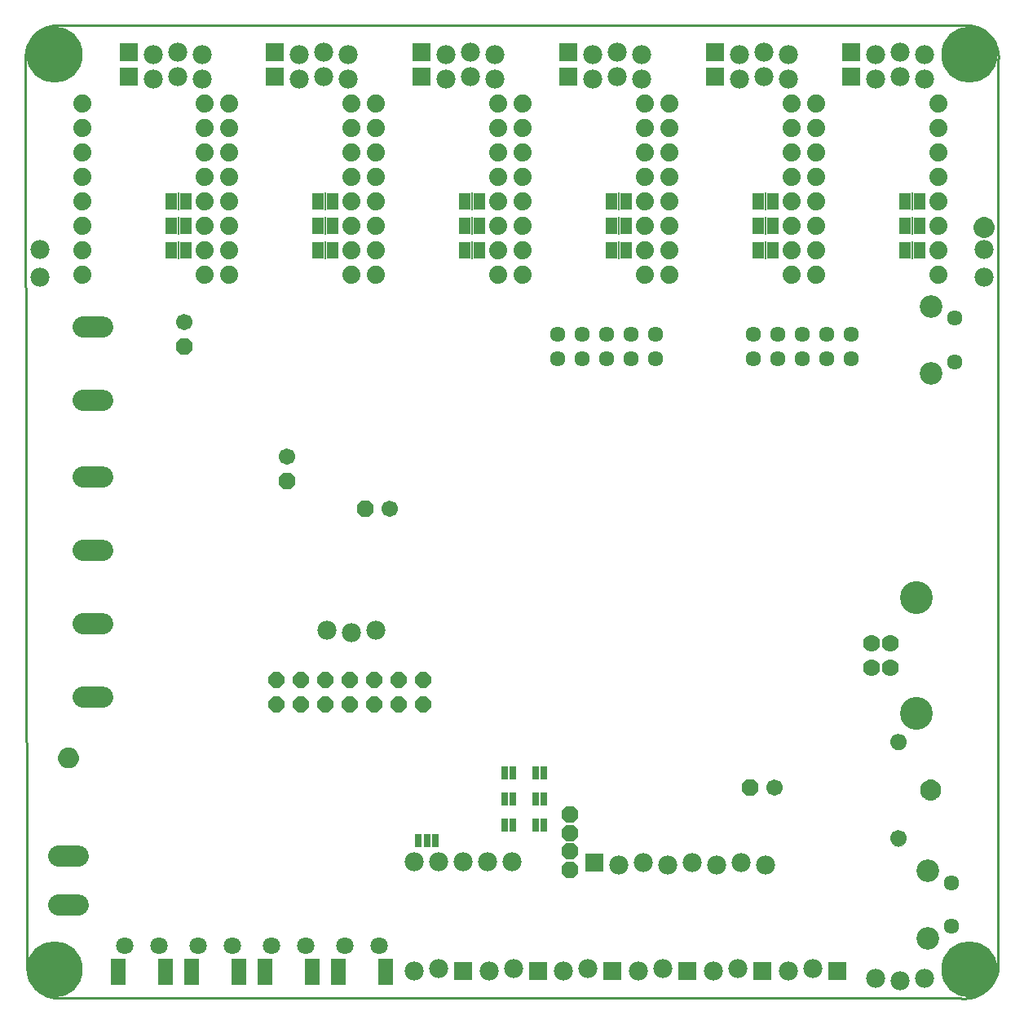
<source format=gbs>
G75*
G70*
%OFA0B0*%
%FSLAX24Y24*%
%IPPOS*%
%LPD*%
%AMOC8*
5,1,8,0,0,1.08239X$1,22.5*
%
%ADD10C,0.0100*%
%ADD11C,0.0700*%
%ADD12C,0.1340*%
%ADD13R,0.0290X0.0540*%
%ADD14OC8,0.0670*%
%ADD15C,0.0670*%
%ADD16C,0.0634*%
%ADD17C,0.0926*%
%ADD18C,0.0780*%
%ADD19C,0.0000*%
%ADD20C,0.0670*%
%ADD21R,0.0780X0.0780*%
%ADD22C,0.0740*%
%ADD23R,0.0500X0.0670*%
%ADD24R,0.0060X0.0720*%
%ADD25C,0.0865*%
%ADD26C,0.0709*%
%ADD27R,0.0611X0.1064*%
%ADD28OC8,0.0640*%
%ADD29C,0.0050*%
%ADD30C,0.2290*%
D10*
X002393Y001821D02*
X002330Y038999D01*
X002331Y038998D02*
X002328Y039067D01*
X002329Y039135D01*
X002334Y039203D01*
X002343Y039271D01*
X002355Y039339D01*
X002371Y039405D01*
X002390Y039471D01*
X002413Y039535D01*
X002440Y039599D01*
X002470Y039660D01*
X002503Y039720D01*
X002539Y039778D01*
X002578Y039834D01*
X002621Y039888D01*
X002666Y039939D01*
X002714Y039988D01*
X002764Y040034D01*
X002817Y040078D01*
X002873Y040118D01*
X002930Y040156D01*
X002989Y040190D01*
X003050Y040221D01*
X003113Y040249D01*
X003177Y040273D01*
X003242Y040294D01*
X003308Y040311D01*
X003375Y040324D01*
X003443Y040334D01*
X003511Y040340D01*
X003511Y040341D02*
X040913Y040341D01*
X040983Y040333D01*
X041052Y040321D01*
X041121Y040306D01*
X041188Y040287D01*
X041255Y040264D01*
X041320Y040238D01*
X041384Y040208D01*
X041446Y040175D01*
X041506Y040138D01*
X041564Y040098D01*
X041619Y040056D01*
X041673Y040010D01*
X041724Y039961D01*
X041772Y039910D01*
X041817Y039856D01*
X041859Y039800D01*
X041898Y039741D01*
X041934Y039681D01*
X041967Y039619D01*
X041996Y039555D01*
X042022Y039489D01*
X042044Y039423D01*
X042062Y039355D01*
X042077Y039286D01*
X042088Y039217D01*
X042095Y039147D01*
X042099Y039077D01*
X042098Y039006D01*
X042094Y038936D01*
X042094Y001759D01*
X042095Y001759D02*
X042081Y001685D01*
X042063Y001613D01*
X042042Y001541D01*
X042016Y001471D01*
X041988Y001402D01*
X041955Y001334D01*
X041919Y001269D01*
X041880Y001205D01*
X041837Y001144D01*
X041792Y001085D01*
X041743Y001028D01*
X041691Y000974D01*
X041637Y000923D01*
X041580Y000874D01*
X041520Y000829D01*
X041459Y000787D01*
X041395Y000748D01*
X041329Y000712D01*
X041261Y000680D01*
X041192Y000652D01*
X041122Y000627D01*
X041050Y000606D01*
X040977Y000589D01*
X040904Y000576D01*
X040829Y000566D01*
X040755Y000561D01*
X040680Y000559D01*
X040605Y000561D01*
X040531Y000567D01*
X040457Y000577D01*
X040456Y000578D02*
X003699Y000578D01*
X003698Y000577D02*
X003629Y000578D01*
X003560Y000581D01*
X003492Y000589D01*
X003424Y000600D01*
X003356Y000615D01*
X003290Y000634D01*
X003224Y000656D01*
X003160Y000682D01*
X003098Y000711D01*
X003037Y000744D01*
X002978Y000779D01*
X002921Y000818D01*
X002866Y000860D01*
X002813Y000905D01*
X002763Y000953D01*
X002716Y001003D01*
X002671Y001056D01*
X002630Y001111D01*
X002591Y001168D01*
X002555Y001227D01*
X002523Y001288D01*
X002494Y001351D01*
X002469Y001415D01*
X002447Y001481D01*
X002429Y001547D01*
X002414Y001615D01*
X002403Y001683D01*
X002396Y001752D01*
X002392Y001821D01*
D11*
X036913Y014079D03*
X037693Y014079D03*
X037693Y015063D03*
X036913Y015063D03*
D12*
X038763Y016941D03*
X038763Y012201D03*
D13*
X023508Y009776D03*
X023184Y009776D03*
X022248Y009776D03*
X021924Y009776D03*
X021924Y008713D03*
X022248Y008713D03*
X023184Y008713D03*
X023508Y008713D03*
X023508Y007650D03*
X023184Y007650D03*
X022248Y007650D03*
X021924Y007650D03*
X019093Y006997D03*
X018743Y006997D03*
X018393Y006997D03*
D14*
X024580Y007328D03*
X024580Y006578D03*
X024580Y005828D03*
X024580Y008078D03*
X031950Y009165D03*
X016205Y020595D03*
X013026Y021727D03*
X008798Y027223D03*
D15*
X008798Y028223D03*
X013026Y022727D03*
X017205Y020595D03*
X032950Y009165D03*
D16*
X040197Y005286D03*
X040197Y003514D03*
X040322Y026593D03*
X040322Y028364D03*
X036080Y027703D03*
X035080Y027703D03*
X035080Y026703D03*
X036080Y026703D03*
X034080Y026703D03*
X034080Y027703D03*
X033080Y027703D03*
X032080Y027703D03*
X032080Y026703D03*
X033080Y026703D03*
X028080Y026703D03*
X028080Y027703D03*
X027080Y027703D03*
X027080Y026703D03*
X026080Y026703D03*
X026080Y027703D03*
X025080Y027703D03*
X024080Y027703D03*
X024080Y026703D03*
X025080Y026703D03*
D17*
X039338Y026101D03*
X039338Y028857D03*
X039213Y005778D03*
X039213Y003022D03*
D18*
X039080Y001378D03*
X038080Y001278D03*
X037080Y001378D03*
X034517Y001784D03*
X033517Y001684D03*
X031454Y001784D03*
X030454Y001684D03*
X028393Y001784D03*
X027393Y001684D03*
X025329Y001784D03*
X024329Y001684D03*
X022267Y001784D03*
X021267Y001684D03*
X019204Y001784D03*
X018204Y001684D03*
X018208Y006150D03*
X019208Y006150D03*
X020208Y006150D03*
X021208Y006150D03*
X022208Y006150D03*
X026580Y006028D03*
X027580Y006128D03*
X028580Y006028D03*
X029580Y006128D03*
X030580Y006028D03*
X031580Y006128D03*
X032580Y006028D03*
X016643Y015628D03*
X015643Y015528D03*
X014643Y015628D03*
X002924Y030039D03*
X002924Y031179D03*
X007536Y038153D03*
X007536Y039153D03*
X008536Y039253D03*
X009536Y039153D03*
X009536Y038153D03*
X008536Y038253D03*
X013518Y038153D03*
X014518Y038253D03*
X015518Y038153D03*
X015518Y039153D03*
X014518Y039253D03*
X013518Y039153D03*
X019518Y039153D03*
X019518Y038153D03*
X020518Y038253D03*
X021518Y038153D03*
X021518Y039153D03*
X020518Y039253D03*
X025518Y039153D03*
X026518Y039253D03*
X027518Y039153D03*
X027518Y038153D03*
X026518Y038253D03*
X025518Y038153D03*
X031518Y038153D03*
X032518Y038253D03*
X033518Y038153D03*
X033518Y039153D03*
X032518Y039253D03*
X031518Y039153D03*
X037080Y039153D03*
X038080Y039253D03*
X038080Y038253D03*
X037080Y038153D03*
X039080Y038153D03*
X039080Y039153D03*
X041518Y031179D03*
X041518Y030039D03*
D19*
X037684Y011046D02*
X037686Y011081D01*
X037692Y011116D01*
X037702Y011150D01*
X037715Y011183D01*
X037732Y011214D01*
X037753Y011242D01*
X037776Y011269D01*
X037803Y011292D01*
X037831Y011313D01*
X037862Y011330D01*
X037895Y011343D01*
X037929Y011353D01*
X037964Y011359D01*
X037999Y011361D01*
X038034Y011359D01*
X038069Y011353D01*
X038103Y011343D01*
X038136Y011330D01*
X038167Y011313D01*
X038195Y011292D01*
X038222Y011269D01*
X038245Y011242D01*
X038266Y011214D01*
X038283Y011183D01*
X038296Y011150D01*
X038306Y011116D01*
X038312Y011081D01*
X038314Y011046D01*
X038312Y011011D01*
X038306Y010976D01*
X038296Y010942D01*
X038283Y010909D01*
X038266Y010878D01*
X038245Y010850D01*
X038222Y010823D01*
X038195Y010800D01*
X038167Y010779D01*
X038136Y010762D01*
X038103Y010749D01*
X038069Y010739D01*
X038034Y010733D01*
X037999Y010731D01*
X037964Y010733D01*
X037929Y010739D01*
X037895Y010749D01*
X037862Y010762D01*
X037831Y010779D01*
X037803Y010800D01*
X037776Y010823D01*
X037753Y010850D01*
X037732Y010878D01*
X037715Y010909D01*
X037702Y010942D01*
X037692Y010976D01*
X037686Y011011D01*
X037684Y011046D01*
X037684Y007109D02*
X037686Y007144D01*
X037692Y007179D01*
X037702Y007213D01*
X037715Y007246D01*
X037732Y007277D01*
X037753Y007305D01*
X037776Y007332D01*
X037803Y007355D01*
X037831Y007376D01*
X037862Y007393D01*
X037895Y007406D01*
X037929Y007416D01*
X037964Y007422D01*
X037999Y007424D01*
X038034Y007422D01*
X038069Y007416D01*
X038103Y007406D01*
X038136Y007393D01*
X038167Y007376D01*
X038195Y007355D01*
X038222Y007332D01*
X038245Y007305D01*
X038266Y007277D01*
X038283Y007246D01*
X038296Y007213D01*
X038306Y007179D01*
X038312Y007144D01*
X038314Y007109D01*
X038312Y007074D01*
X038306Y007039D01*
X038296Y007005D01*
X038283Y006972D01*
X038266Y006941D01*
X038245Y006913D01*
X038222Y006886D01*
X038195Y006863D01*
X038167Y006842D01*
X038136Y006825D01*
X038103Y006812D01*
X038069Y006802D01*
X038034Y006796D01*
X037999Y006794D01*
X037964Y006796D01*
X037929Y006802D01*
X037895Y006812D01*
X037862Y006825D01*
X037831Y006842D01*
X037803Y006863D01*
X037776Y006886D01*
X037753Y006913D01*
X037732Y006941D01*
X037715Y006972D01*
X037702Y007005D01*
X037692Y007039D01*
X037686Y007074D01*
X037684Y007109D01*
D20*
X037999Y007109D03*
X037999Y011046D03*
D21*
X035517Y001684D03*
X032454Y001684D03*
X029393Y001684D03*
X026329Y001684D03*
X023267Y001684D03*
X020204Y001684D03*
X025580Y006128D03*
X024518Y038253D03*
X024518Y039253D03*
X030518Y039253D03*
X030518Y038253D03*
X036080Y038253D03*
X036080Y039253D03*
X018518Y039253D03*
X018518Y038253D03*
X012518Y038253D03*
X012518Y039253D03*
X006536Y039253D03*
X006536Y038253D03*
D22*
X004661Y037159D03*
X004661Y036159D03*
X004661Y035159D03*
X004661Y034159D03*
X004661Y033159D03*
X004661Y032159D03*
X004661Y031159D03*
X004661Y030159D03*
X009661Y030159D03*
X009661Y031159D03*
X009661Y032159D03*
X010658Y032159D03*
X010658Y031159D03*
X010658Y030159D03*
X010658Y033159D03*
X010658Y034159D03*
X009661Y034159D03*
X009661Y033159D03*
X009661Y035159D03*
X009661Y036159D03*
X010658Y036159D03*
X010658Y035159D03*
X010658Y037159D03*
X009661Y037159D03*
X015658Y037159D03*
X016658Y037159D03*
X016658Y036159D03*
X015658Y036159D03*
X015658Y035159D03*
X016658Y035159D03*
X016658Y034159D03*
X015658Y034159D03*
X015658Y033159D03*
X016658Y033159D03*
X016658Y032159D03*
X015658Y032159D03*
X015658Y031159D03*
X016658Y031159D03*
X016658Y030159D03*
X015658Y030159D03*
X021658Y030159D03*
X021658Y031159D03*
X021658Y032159D03*
X021658Y033159D03*
X021658Y034159D03*
X021658Y035159D03*
X021658Y036159D03*
X021658Y037159D03*
X022658Y037159D03*
X022658Y036159D03*
X022658Y035159D03*
X022658Y034159D03*
X022658Y033159D03*
X022658Y032159D03*
X022658Y031159D03*
X022658Y030159D03*
X027658Y030159D03*
X027658Y031159D03*
X027658Y032159D03*
X028658Y032159D03*
X028658Y031159D03*
X028658Y030159D03*
X028658Y033159D03*
X028658Y034159D03*
X027658Y034159D03*
X027658Y033159D03*
X027658Y035159D03*
X027658Y036159D03*
X028658Y036159D03*
X028658Y035159D03*
X028658Y037159D03*
X027658Y037159D03*
X033658Y037159D03*
X034658Y037159D03*
X034658Y036159D03*
X034658Y035159D03*
X033658Y035159D03*
X033658Y036159D03*
X033658Y034159D03*
X033658Y033159D03*
X034658Y033159D03*
X034658Y034159D03*
X034658Y032159D03*
X034658Y031159D03*
X034658Y030159D03*
X033658Y030159D03*
X033658Y031159D03*
X033658Y032159D03*
X039658Y032159D03*
X039658Y031159D03*
X039658Y030159D03*
X039658Y033159D03*
X039658Y034159D03*
X039658Y035159D03*
X039658Y036159D03*
X039658Y037159D03*
D23*
X038880Y033140D03*
X038280Y033140D03*
X038280Y032140D03*
X038880Y032140D03*
X038880Y031140D03*
X038280Y031140D03*
X032880Y031140D03*
X032280Y031140D03*
X032280Y032140D03*
X032880Y032140D03*
X032880Y033140D03*
X032280Y033140D03*
X026880Y033140D03*
X026280Y033140D03*
X026280Y032140D03*
X026880Y032140D03*
X026880Y031140D03*
X026280Y031140D03*
X020880Y031140D03*
X020280Y031140D03*
X020280Y032140D03*
X020880Y032140D03*
X020880Y033140D03*
X020280Y033140D03*
X014880Y033140D03*
X014280Y033140D03*
X014280Y032140D03*
X014880Y032140D03*
X014880Y031140D03*
X014280Y031140D03*
X008880Y031140D03*
X008280Y031140D03*
X008280Y032140D03*
X008880Y032140D03*
X008880Y033140D03*
X008280Y033140D03*
D24*
X008580Y033140D03*
X008580Y032140D03*
X008580Y031140D03*
X014580Y031140D03*
X014580Y032140D03*
X014580Y033140D03*
X020580Y033140D03*
X020580Y032140D03*
X020580Y031140D03*
X026580Y031140D03*
X026580Y032140D03*
X026580Y033140D03*
X032580Y033140D03*
X032580Y032140D03*
X032580Y031140D03*
X038580Y031140D03*
X038580Y032140D03*
X038580Y033140D03*
D25*
X005493Y028015D02*
X004668Y028015D01*
X004668Y025015D02*
X005493Y025015D01*
X005493Y021890D02*
X004668Y021890D01*
X004668Y018890D02*
X005493Y018890D01*
X005493Y015890D02*
X004668Y015890D01*
X004668Y012890D02*
X005493Y012890D01*
X004493Y006390D02*
X003668Y006390D01*
X003668Y004390D02*
X004493Y004390D01*
D26*
X006391Y002726D03*
X007769Y002726D03*
X009391Y002726D03*
X010769Y002726D03*
X012391Y002726D03*
X013769Y002726D03*
X015391Y002726D03*
X016769Y002726D03*
D27*
X017043Y001640D03*
X015117Y001640D03*
X014043Y001640D03*
X012117Y001640D03*
X011043Y001640D03*
X009117Y001640D03*
X008043Y001640D03*
X006117Y001640D03*
D28*
X012580Y012578D03*
X013580Y012578D03*
X014580Y012578D03*
X014580Y013578D03*
X013580Y013578D03*
X012580Y013578D03*
X015580Y013578D03*
X016580Y013578D03*
X017580Y013578D03*
X018580Y013578D03*
X018580Y012578D03*
X017580Y012578D03*
X016580Y012578D03*
X015580Y012578D03*
D29*
X004468Y010458D02*
X004474Y010390D01*
X004468Y010322D01*
X004450Y010255D01*
X004421Y010193D01*
X004382Y010137D01*
X004333Y010088D01*
X004277Y010049D01*
X004215Y010020D01*
X004148Y010002D01*
X004080Y009996D01*
X004012Y010002D01*
X003945Y010020D01*
X003883Y010049D01*
X003827Y010088D01*
X003778Y010137D01*
X003739Y010193D01*
X003710Y010255D01*
X003692Y010322D01*
X003686Y010390D01*
X003692Y010458D01*
X003710Y010525D01*
X003739Y010587D01*
X003778Y010643D01*
X003827Y010692D01*
X003883Y010731D01*
X003945Y010760D01*
X004012Y010778D01*
X004080Y010784D01*
X004148Y010778D01*
X004215Y010760D01*
X004277Y010731D01*
X004333Y010692D01*
X004382Y010643D01*
X004421Y010587D01*
X004450Y010525D01*
X004468Y010458D01*
X004464Y010472D02*
X003696Y010472D01*
X003689Y010423D02*
X004471Y010423D01*
X004472Y010375D02*
X003688Y010375D01*
X003692Y010326D02*
X004468Y010326D01*
X004456Y010278D02*
X003704Y010278D01*
X003722Y010229D02*
X004438Y010229D01*
X004412Y010181D02*
X003748Y010181D01*
X003783Y010132D02*
X004377Y010132D01*
X004326Y010084D02*
X003834Y010084D01*
X003913Y010035D02*
X004247Y010035D01*
X004451Y010520D02*
X003709Y010520D01*
X003731Y010569D02*
X004429Y010569D01*
X004400Y010617D02*
X003760Y010617D01*
X003801Y010666D02*
X004359Y010666D01*
X004301Y010714D02*
X003859Y010714D01*
X003955Y010763D02*
X004205Y010763D01*
X038936Y009078D02*
X038942Y009146D01*
X038960Y009212D01*
X038989Y009274D01*
X039028Y009331D01*
X039077Y009379D01*
X039133Y009418D01*
X039195Y009447D01*
X039262Y009465D01*
X039330Y009471D01*
X039398Y009465D01*
X039465Y009447D01*
X039527Y009418D01*
X039583Y009379D01*
X039632Y009331D01*
X039671Y009274D01*
X039700Y009212D01*
X039718Y009146D01*
X039724Y009078D01*
X039718Y009009D01*
X039700Y008943D01*
X039671Y008881D01*
X039632Y008824D01*
X039583Y008776D01*
X039527Y008737D01*
X039465Y008708D01*
X039398Y008690D01*
X039330Y008684D01*
X039262Y008690D01*
X039195Y008708D01*
X039133Y008737D01*
X039077Y008776D01*
X039028Y008824D01*
X038989Y008881D01*
X038960Y008943D01*
X038942Y009009D01*
X038936Y009078D01*
X038937Y009065D02*
X039723Y009065D01*
X039721Y009114D02*
X038939Y009114D01*
X038947Y009162D02*
X039713Y009162D01*
X039700Y009211D02*
X038960Y009211D01*
X038982Y009259D02*
X039678Y009259D01*
X039648Y009308D02*
X039012Y009308D01*
X039054Y009356D02*
X039606Y009356D01*
X039547Y009405D02*
X039113Y009405D01*
X039216Y009453D02*
X039444Y009453D01*
X039718Y009017D02*
X038942Y009017D01*
X038953Y008968D02*
X039707Y008968D01*
X039689Y008920D02*
X038971Y008920D01*
X038996Y008871D02*
X039664Y008871D01*
X039630Y008823D02*
X039030Y008823D01*
X039080Y008774D02*
X039580Y008774D01*
X039503Y008726D02*
X039157Y008726D01*
X041449Y031690D02*
X041383Y031708D01*
X041321Y031737D01*
X041264Y031776D01*
X041216Y031824D01*
X041177Y031881D01*
X041148Y031943D01*
X041130Y032009D01*
X041124Y032078D01*
X041130Y032146D01*
X041148Y032212D01*
X041177Y032274D01*
X041216Y032331D01*
X041264Y032379D01*
X041321Y032418D01*
X041383Y032447D01*
X041449Y032465D01*
X041518Y032471D01*
X041586Y032465D01*
X041652Y032447D01*
X041714Y032418D01*
X041771Y032379D01*
X041819Y032331D01*
X041858Y032274D01*
X041887Y032212D01*
X041905Y032146D01*
X041911Y032078D01*
X041905Y032009D01*
X041887Y031943D01*
X041858Y031881D01*
X041819Y031824D01*
X041771Y031776D01*
X041714Y031737D01*
X041652Y031708D01*
X041586Y031690D01*
X041518Y031684D01*
X041449Y031690D01*
X041368Y031715D02*
X041667Y031715D01*
X041752Y031763D02*
X041283Y031763D01*
X041229Y031812D02*
X041806Y031812D01*
X041844Y031860D02*
X041191Y031860D01*
X041163Y031909D02*
X041872Y031909D01*
X041891Y031957D02*
X041144Y031957D01*
X041131Y032006D02*
X041904Y032006D01*
X041909Y032054D02*
X041126Y032054D01*
X041126Y032103D02*
X041909Y032103D01*
X041904Y032151D02*
X041131Y032151D01*
X041144Y032200D02*
X041891Y032200D01*
X041871Y032248D02*
X041164Y032248D01*
X041192Y032297D02*
X041843Y032297D01*
X041804Y032345D02*
X041231Y032345D01*
X041285Y032394D02*
X041750Y032394D01*
X041664Y032442D02*
X041371Y032442D01*
D30*
X040913Y039160D03*
X003511Y039160D03*
X003511Y001759D03*
X040913Y001759D03*
M02*

</source>
